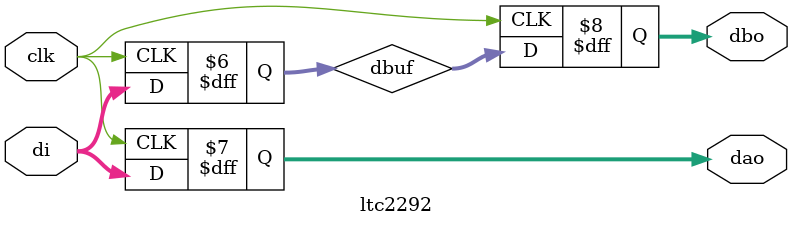
<source format=v>
`ifndef _LTC2292_V_
`define _LTC2292_V_

`default_nettype none
`timescale 1ns/1ps


// TODO this module currently only supports a multiplexed output bus
// in full-range 2s complement mode. See the datasheet for details and
// other modes.

module ltc2292 #(
   parameter MUX = "TRUE"
) (
   input wire        clk,
   input wire [11:0] di,
   output reg [11:0] dao = 12'd0,
   output reg [11:0] dbo = 12'd0
);

   // TODO verify this is correct. It's not clear, and Henrik does it
   // the other way. When the ADC outputs are multiplexed, channel A
   // should be sampled on the clock's falling edge and channel B
   // sampled on the clock's rising edge.

   reg [11:0] dbuf = 12'd0;

   always @(posedge clk) begin
      dao <= di;
      dbo <= dbuf;
   end

   always @(negedge clk) begin
      dbuf <= di;
   end

endmodule
`endif

</source>
